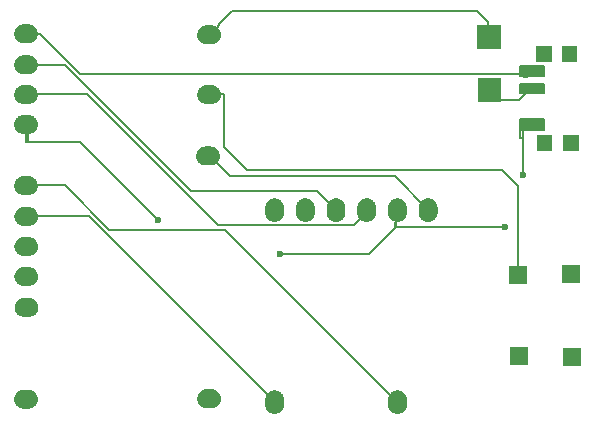
<source format=gbr>
%TF.GenerationSoftware,KiCad,Pcbnew,9.0.3*%
%TF.CreationDate,2025-08-13T01:08:13-07:00*%
%TF.ProjectId,TGslimeblahbal,5447736c-696d-4656-926c-616862616c2e,rev?*%
%TF.SameCoordinates,Original*%
%TF.FileFunction,Copper,L1,Top*%
%TF.FilePolarity,Positive*%
%FSLAX46Y46*%
G04 Gerber Fmt 4.6, Leading zero omitted, Abs format (unit mm)*
G04 Created by KiCad (PCBNEW 9.0.3) date 2025-08-13 01:08:13*
%MOMM*%
%LPD*%
G01*
G04 APERTURE LIST*
%TA.AperFunction,NonConductor*%
%ADD10C,0.000000*%
%TD*%
%TA.AperFunction,NonConductor*%
%ADD11C,0.200000*%
%TD*%
%TA.AperFunction,ViaPad*%
%ADD12C,0.800010*%
%TD*%
%TA.AperFunction,ViaPad*%
%ADD13C,1.000010*%
%TD*%
%TA.AperFunction,ViaPad*%
%ADD14C,0.600000*%
%TD*%
%TA.AperFunction,Conductor*%
%ADD15C,0.200000*%
%TD*%
G04 APERTURE END LIST*
D10*
%TA.AperFunction,NonConductor*%
G36*
X153528410Y-88253850D02*
G01*
X153606070Y-88265370D01*
X153682230Y-88284450D01*
X153756150Y-88310900D01*
X153827120Y-88344460D01*
X153894460Y-88384820D01*
X153957510Y-88431590D01*
X154015690Y-88484310D01*
X154068410Y-88542490D01*
X154115180Y-88605540D01*
X154155540Y-88672880D01*
X154189100Y-88743850D01*
X154215550Y-88817770D01*
X154234630Y-88893930D01*
X154246150Y-88971590D01*
X154250000Y-89050000D01*
X154250000Y-89450000D01*
X154246150Y-89528410D01*
X154234630Y-89606070D01*
X154215550Y-89682230D01*
X154189100Y-89756150D01*
X154155540Y-89827120D01*
X154115180Y-89894460D01*
X154068410Y-89957510D01*
X154015690Y-90015690D01*
X153957510Y-90068410D01*
X153894460Y-90115180D01*
X153827120Y-90155540D01*
X153756150Y-90189100D01*
X153682230Y-90215550D01*
X153606070Y-90234630D01*
X153528410Y-90246150D01*
X153450000Y-90250000D01*
X153371590Y-90246150D01*
X153293930Y-90234630D01*
X153217770Y-90215550D01*
X153143850Y-90189100D01*
X153072880Y-90155540D01*
X153005540Y-90115180D01*
X152942490Y-90068410D01*
X152884310Y-90015690D01*
X152831590Y-89957510D01*
X152784820Y-89894460D01*
X152744460Y-89827120D01*
X152710900Y-89756150D01*
X152684450Y-89682230D01*
X152665370Y-89606070D01*
X152653850Y-89528410D01*
X152650000Y-89450000D01*
X152650000Y-89250000D01*
X152650000Y-89050000D01*
X152653850Y-88971590D01*
X152665370Y-88893930D01*
X152684450Y-88817770D01*
X152710900Y-88743850D01*
X152744460Y-88672880D01*
X152784820Y-88605540D01*
X152831590Y-88542490D01*
X152884310Y-88484310D01*
X152942490Y-88431590D01*
X153005540Y-88384820D01*
X153072880Y-88344460D01*
X153143850Y-88310900D01*
X153217770Y-88284450D01*
X153293930Y-88265370D01*
X153371590Y-88253850D01*
X153450000Y-88250000D01*
X153528410Y-88253850D01*
G37*
%TD.AperFunction*%
%TA.AperFunction,NonConductor*%
G36*
X122274434Y-59892704D02*
G01*
X122352094Y-59904224D01*
X122428254Y-59923304D01*
X122502174Y-59949754D01*
X122573144Y-59983314D01*
X122640484Y-60023674D01*
X122703534Y-60070444D01*
X122761714Y-60123164D01*
X122814434Y-60181344D01*
X122861204Y-60244394D01*
X122901564Y-60311734D01*
X122935124Y-60382704D01*
X122961574Y-60456624D01*
X122980654Y-60532784D01*
X122992174Y-60610444D01*
X122996024Y-60688854D01*
X122992174Y-60767264D01*
X122980654Y-60844924D01*
X122961574Y-60921084D01*
X122935124Y-60995004D01*
X122901564Y-61065974D01*
X122861204Y-61133314D01*
X122814434Y-61196364D01*
X122761714Y-61254544D01*
X122703534Y-61307264D01*
X122640484Y-61354034D01*
X122573144Y-61394394D01*
X122502174Y-61427954D01*
X122428254Y-61454404D01*
X122352094Y-61473484D01*
X122274434Y-61485004D01*
X122196024Y-61488854D01*
X121996024Y-61488854D01*
X121796024Y-61488854D01*
X121717614Y-61485004D01*
X121639954Y-61473484D01*
X121563794Y-61454404D01*
X121489874Y-61427954D01*
X121418904Y-61394394D01*
X121351564Y-61354034D01*
X121288514Y-61307264D01*
X121230334Y-61254544D01*
X121177614Y-61196364D01*
X121130844Y-61133314D01*
X121090484Y-61065974D01*
X121056924Y-60995004D01*
X121030474Y-60921084D01*
X121011394Y-60844924D01*
X120999874Y-60767264D01*
X120996024Y-60688854D01*
X120999874Y-60610444D01*
X121011394Y-60532784D01*
X121030474Y-60456624D01*
X121056924Y-60382704D01*
X121090484Y-60311734D01*
X121130844Y-60244394D01*
X121177614Y-60181344D01*
X121230334Y-60123164D01*
X121288514Y-60070444D01*
X121351564Y-60023674D01*
X121418904Y-59983314D01*
X121489874Y-59949754D01*
X121563794Y-59923304D01*
X121639954Y-59904224D01*
X121717614Y-59892704D01*
X121796024Y-59888854D01*
X122196024Y-59888854D01*
X122274434Y-59892704D01*
G37*
%TD.AperFunction*%
D11*
X161100000Y-57050000D02*
X161100000Y-57550000D01*
D10*
%TA.AperFunction,NonConductor*%
G36*
X143122260Y-71992950D02*
G01*
X143199920Y-72004470D01*
X143276080Y-72023550D01*
X143350000Y-72050000D01*
X143420970Y-72083560D01*
X143488310Y-72123920D01*
X143551360Y-72170690D01*
X143609540Y-72223410D01*
X143662260Y-72281590D01*
X143709030Y-72344640D01*
X143749390Y-72411980D01*
X143782950Y-72482950D01*
X143809400Y-72556870D01*
X143828480Y-72633030D01*
X143840000Y-72710690D01*
X143843850Y-72789100D01*
X143843850Y-73189100D01*
X143840000Y-73267510D01*
X143828480Y-73345170D01*
X143809400Y-73421330D01*
X143782950Y-73495250D01*
X143749390Y-73566220D01*
X143709030Y-73633560D01*
X143662260Y-73696610D01*
X143609540Y-73754790D01*
X143551360Y-73807510D01*
X143488310Y-73854280D01*
X143420970Y-73894640D01*
X143350000Y-73928200D01*
X143276080Y-73954650D01*
X143199920Y-73973730D01*
X143122260Y-73985250D01*
X143043850Y-73989100D01*
X142965440Y-73985250D01*
X142887780Y-73973730D01*
X142811620Y-73954650D01*
X142737700Y-73928200D01*
X142666730Y-73894640D01*
X142599390Y-73854280D01*
X142536340Y-73807510D01*
X142478160Y-73754790D01*
X142425440Y-73696610D01*
X142378670Y-73633560D01*
X142338310Y-73566220D01*
X142304750Y-73495250D01*
X142278300Y-73421330D01*
X142259220Y-73345170D01*
X142247700Y-73267510D01*
X142243850Y-73189100D01*
X142243850Y-72989100D01*
X142243850Y-72789100D01*
X142247700Y-72710690D01*
X142259220Y-72633030D01*
X142278300Y-72556870D01*
X142304750Y-72482950D01*
X142338310Y-72411980D01*
X142378670Y-72344640D01*
X142425440Y-72281590D01*
X142478160Y-72223410D01*
X142536340Y-72170690D01*
X142599390Y-72123920D01*
X142666730Y-72083560D01*
X142737700Y-72050000D01*
X142811620Y-72023550D01*
X142887780Y-72004470D01*
X142965440Y-71992950D01*
X143043850Y-71989100D01*
X143122260Y-71992950D01*
G37*
%TD.AperFunction*%
%TA.AperFunction,NonConductor*%
G36*
X150922260Y-71992950D02*
G01*
X150999920Y-72004470D01*
X151076080Y-72023550D01*
X151150000Y-72050000D01*
X151220970Y-72083560D01*
X151288310Y-72123920D01*
X151351360Y-72170690D01*
X151409540Y-72223410D01*
X151462260Y-72281590D01*
X151509030Y-72344640D01*
X151549390Y-72411980D01*
X151582950Y-72482950D01*
X151609400Y-72556870D01*
X151628480Y-72633030D01*
X151640000Y-72710690D01*
X151643850Y-72789100D01*
X151643850Y-73189100D01*
X151640000Y-73267510D01*
X151628480Y-73345170D01*
X151609400Y-73421330D01*
X151582950Y-73495250D01*
X151549390Y-73566220D01*
X151509030Y-73633560D01*
X151462260Y-73696610D01*
X151409540Y-73754790D01*
X151351360Y-73807510D01*
X151288310Y-73854280D01*
X151220970Y-73894640D01*
X151150000Y-73928200D01*
X151076080Y-73954650D01*
X150999920Y-73973730D01*
X150922260Y-73985250D01*
X150843850Y-73989100D01*
X150765440Y-73985250D01*
X150687780Y-73973730D01*
X150611620Y-73954650D01*
X150537700Y-73928200D01*
X150466730Y-73894640D01*
X150399390Y-73854280D01*
X150336340Y-73807510D01*
X150278160Y-73754790D01*
X150225440Y-73696610D01*
X150178670Y-73633560D01*
X150138310Y-73566220D01*
X150104750Y-73495250D01*
X150078300Y-73421330D01*
X150059220Y-73345170D01*
X150047700Y-73267510D01*
X150043850Y-73189100D01*
X150043850Y-72989100D01*
X150043850Y-72789100D01*
X150047700Y-72710690D01*
X150059220Y-72633030D01*
X150078300Y-72556870D01*
X150104750Y-72482950D01*
X150138310Y-72411980D01*
X150178670Y-72344640D01*
X150225440Y-72281590D01*
X150278160Y-72223410D01*
X150336340Y-72170690D01*
X150399390Y-72123920D01*
X150466730Y-72083560D01*
X150537700Y-72050000D01*
X150611620Y-72023550D01*
X150687780Y-72004470D01*
X150765440Y-71992950D01*
X150843850Y-71989100D01*
X150922260Y-71992950D01*
G37*
%TD.AperFunction*%
%TA.AperFunction,NonConductor*%
G36*
X164500000Y-86132000D02*
G01*
X162976000Y-86132000D01*
X162976000Y-84608000D01*
X164500000Y-84608000D01*
X164500000Y-86132000D01*
G37*
%TD.AperFunction*%
%TA.AperFunction,NonConductor*%
G36*
X137678410Y-67603850D02*
G01*
X137756070Y-67615370D01*
X137832230Y-67634450D01*
X137906150Y-67660900D01*
X137977120Y-67694460D01*
X138044460Y-67734820D01*
X138107510Y-67781590D01*
X138165690Y-67834310D01*
X138218410Y-67892490D01*
X138265180Y-67955540D01*
X138305540Y-68022880D01*
X138339100Y-68093850D01*
X138365550Y-68167770D01*
X138384630Y-68243930D01*
X138396150Y-68321590D01*
X138400000Y-68400000D01*
X138396150Y-68478410D01*
X138384630Y-68556070D01*
X138365550Y-68632230D01*
X138339100Y-68706150D01*
X138305540Y-68777120D01*
X138265180Y-68844460D01*
X138218410Y-68907510D01*
X138165690Y-68965690D01*
X138107510Y-69018410D01*
X138044460Y-69065180D01*
X137977120Y-69105540D01*
X137906150Y-69139100D01*
X137832230Y-69165550D01*
X137756070Y-69184630D01*
X137678410Y-69196150D01*
X137600000Y-69200000D01*
X137400000Y-69200000D01*
X137200000Y-69200000D01*
X137121590Y-69196150D01*
X137043930Y-69184630D01*
X136967770Y-69165550D01*
X136893850Y-69139100D01*
X136822880Y-69105540D01*
X136755540Y-69065180D01*
X136692490Y-69018410D01*
X136634310Y-68965690D01*
X136581590Y-68907510D01*
X136534820Y-68844460D01*
X136494460Y-68777120D01*
X136460900Y-68706150D01*
X136434450Y-68632230D01*
X136415370Y-68556070D01*
X136403850Y-68478410D01*
X136400000Y-68400000D01*
X136403850Y-68321590D01*
X136415370Y-68243930D01*
X136434450Y-68167770D01*
X136460900Y-68093850D01*
X136494460Y-68022880D01*
X136534820Y-67955540D01*
X136581590Y-67892490D01*
X136634310Y-67834310D01*
X136692490Y-67781590D01*
X136755540Y-67734820D01*
X136822880Y-67694460D01*
X136893850Y-67660900D01*
X136967770Y-67634450D01*
X137043930Y-67615370D01*
X137121590Y-67603850D01*
X137200000Y-67600000D01*
X137600000Y-67600000D01*
X137678410Y-67603850D01*
G37*
%TD.AperFunction*%
%TA.AperFunction,NonConductor*%
G36*
X168688000Y-60430085D02*
G01*
X167380000Y-60430085D01*
X167380000Y-59122085D01*
X168688000Y-59122085D01*
X168688000Y-60430085D01*
G37*
%TD.AperFunction*%
%TA.AperFunction,NonConductor*%
G36*
X166548000Y-67970085D02*
G01*
X165240000Y-67970085D01*
X165240000Y-66662085D01*
X166548000Y-66662085D01*
X166548000Y-67970085D01*
G37*
%TD.AperFunction*%
%TA.AperFunction,NonConductor*%
G36*
X164450000Y-79232000D02*
G01*
X162926000Y-79232000D01*
X162926000Y-77708000D01*
X164450000Y-77708000D01*
X164450000Y-79232000D01*
G37*
%TD.AperFunction*%
%TA.AperFunction,NonConductor*%
G36*
X137778410Y-88153850D02*
G01*
X137856070Y-88165370D01*
X137932230Y-88184450D01*
X138006150Y-88210900D01*
X138077120Y-88244460D01*
X138144460Y-88284820D01*
X138207510Y-88331590D01*
X138265690Y-88384310D01*
X138318410Y-88442490D01*
X138365180Y-88505540D01*
X138405540Y-88572880D01*
X138439100Y-88643850D01*
X138465550Y-88717770D01*
X138484630Y-88793930D01*
X138496150Y-88871590D01*
X138500000Y-88950000D01*
X138496150Y-89028410D01*
X138484630Y-89106070D01*
X138465550Y-89182230D01*
X138439100Y-89256150D01*
X138405540Y-89327120D01*
X138365180Y-89394460D01*
X138318410Y-89457510D01*
X138265690Y-89515690D01*
X138207510Y-89568410D01*
X138144460Y-89615180D01*
X138077120Y-89655540D01*
X138006150Y-89689100D01*
X137932230Y-89715550D01*
X137856070Y-89734630D01*
X137778410Y-89746150D01*
X137700000Y-89750000D01*
X137500000Y-89750000D01*
X137300000Y-89750000D01*
X137221590Y-89746150D01*
X137143930Y-89734630D01*
X137067770Y-89715550D01*
X136993850Y-89689100D01*
X136922880Y-89655540D01*
X136855540Y-89615180D01*
X136792490Y-89568410D01*
X136734310Y-89515690D01*
X136681590Y-89457510D01*
X136634820Y-89394460D01*
X136594460Y-89327120D01*
X136560900Y-89256150D01*
X136534450Y-89182230D01*
X136515370Y-89106070D01*
X136503850Y-89028410D01*
X136500000Y-88950000D01*
X136503850Y-88871590D01*
X136515370Y-88793930D01*
X136534450Y-88717770D01*
X136560900Y-88643850D01*
X136594460Y-88572880D01*
X136634820Y-88505540D01*
X136681590Y-88442490D01*
X136734310Y-88384310D01*
X136792490Y-88331590D01*
X136855540Y-88284820D01*
X136922880Y-88244460D01*
X136993850Y-88210900D01*
X137067770Y-88184450D01*
X137143930Y-88165370D01*
X137221590Y-88153850D01*
X137300000Y-88150000D01*
X137700000Y-88150000D01*
X137778410Y-88153850D01*
G37*
%TD.AperFunction*%
%TA.AperFunction,NonConductor*%
G36*
X143128410Y-88253850D02*
G01*
X143206070Y-88265370D01*
X143282230Y-88284450D01*
X143356150Y-88310900D01*
X143427120Y-88344460D01*
X143494460Y-88384820D01*
X143557510Y-88431590D01*
X143615690Y-88484310D01*
X143668410Y-88542490D01*
X143715180Y-88605540D01*
X143755540Y-88672880D01*
X143789100Y-88743850D01*
X143815550Y-88817770D01*
X143834630Y-88893930D01*
X143846150Y-88971590D01*
X143850000Y-89050000D01*
X143850000Y-89450000D01*
X143846150Y-89528410D01*
X143834630Y-89606070D01*
X143815550Y-89682230D01*
X143789100Y-89756150D01*
X143755540Y-89827120D01*
X143715180Y-89894460D01*
X143668410Y-89957510D01*
X143615690Y-90015690D01*
X143557510Y-90068410D01*
X143494460Y-90115180D01*
X143427120Y-90155540D01*
X143356150Y-90189100D01*
X143282230Y-90215550D01*
X143206070Y-90234630D01*
X143128410Y-90246150D01*
X143050000Y-90250000D01*
X142971590Y-90246150D01*
X142893930Y-90234630D01*
X142817770Y-90215550D01*
X142743850Y-90189100D01*
X142672880Y-90155540D01*
X142605540Y-90115180D01*
X142542490Y-90068410D01*
X142484310Y-90015690D01*
X142431590Y-89957510D01*
X142384820Y-89894460D01*
X142344460Y-89827120D01*
X142310900Y-89756150D01*
X142284450Y-89682230D01*
X142265370Y-89606070D01*
X142253850Y-89528410D01*
X142250000Y-89450000D01*
X142250000Y-89250000D01*
X142250000Y-89050000D01*
X142253850Y-88971590D01*
X142265370Y-88893930D01*
X142284450Y-88817770D01*
X142310900Y-88743850D01*
X142344460Y-88672880D01*
X142384820Y-88605540D01*
X142431590Y-88542490D01*
X142484310Y-88484310D01*
X142542490Y-88431590D01*
X142605540Y-88384820D01*
X142672880Y-88344460D01*
X142743850Y-88310900D01*
X142817770Y-88284450D01*
X142893930Y-88265370D01*
X142971590Y-88253850D01*
X143050000Y-88250000D01*
X143128410Y-88253850D01*
G37*
%TD.AperFunction*%
%TA.AperFunction,NonConductor*%
G36*
X122294434Y-75262704D02*
G01*
X122372094Y-75274224D01*
X122448254Y-75293304D01*
X122522174Y-75319754D01*
X122593144Y-75353314D01*
X122660484Y-75393674D01*
X122723534Y-75440444D01*
X122781714Y-75493164D01*
X122834434Y-75551344D01*
X122881204Y-75614394D01*
X122921564Y-75681734D01*
X122955124Y-75752704D01*
X122981574Y-75826624D01*
X123000654Y-75902784D01*
X123012174Y-75980444D01*
X123016024Y-76058854D01*
X123012174Y-76137264D01*
X123000654Y-76214924D01*
X122981574Y-76291084D01*
X122955124Y-76365004D01*
X122921564Y-76435974D01*
X122881204Y-76503314D01*
X122834434Y-76566364D01*
X122781714Y-76624544D01*
X122723534Y-76677264D01*
X122660484Y-76724034D01*
X122593144Y-76764394D01*
X122522174Y-76797954D01*
X122448254Y-76824404D01*
X122372094Y-76843484D01*
X122294434Y-76855004D01*
X122216024Y-76858854D01*
X122016024Y-76858854D01*
X121816024Y-76858854D01*
X121737614Y-76855004D01*
X121659954Y-76843484D01*
X121583794Y-76824404D01*
X121509874Y-76797954D01*
X121438904Y-76764394D01*
X121371564Y-76724034D01*
X121308514Y-76677264D01*
X121250334Y-76624544D01*
X121197614Y-76566364D01*
X121150844Y-76503314D01*
X121110484Y-76435974D01*
X121076924Y-76365004D01*
X121050474Y-76291084D01*
X121031394Y-76214924D01*
X121019874Y-76137264D01*
X121016024Y-76058854D01*
X121019874Y-75980444D01*
X121031394Y-75902784D01*
X121050474Y-75826624D01*
X121076924Y-75752704D01*
X121110484Y-75681734D01*
X121150844Y-75614394D01*
X121197614Y-75551344D01*
X121250334Y-75493164D01*
X121308514Y-75440444D01*
X121371564Y-75393674D01*
X121438904Y-75353314D01*
X121509874Y-75319754D01*
X121583794Y-75293304D01*
X121659954Y-75274224D01*
X121737614Y-75262704D01*
X121816024Y-75258854D01*
X122216024Y-75258854D01*
X122294434Y-75262704D01*
G37*
%TD.AperFunction*%
D11*
X122000000Y-66528854D02*
X122196024Y-66528854D01*
X122196024Y-67200000D01*
X122000000Y-67200000D01*
X122000000Y-66528854D01*
D10*
%TA.AperFunction,NonConductor*%
G36*
X122278410Y-88203850D02*
G01*
X122356070Y-88215370D01*
X122432230Y-88234450D01*
X122506150Y-88260900D01*
X122577120Y-88294460D01*
X122644460Y-88334820D01*
X122707510Y-88381590D01*
X122765690Y-88434310D01*
X122818410Y-88492490D01*
X122865180Y-88555540D01*
X122905540Y-88622880D01*
X122939100Y-88693850D01*
X122965550Y-88767770D01*
X122984630Y-88843930D01*
X122996150Y-88921590D01*
X123000000Y-89000000D01*
X122996150Y-89078410D01*
X122984630Y-89156070D01*
X122965550Y-89232230D01*
X122939100Y-89306150D01*
X122905540Y-89377120D01*
X122865180Y-89444460D01*
X122818410Y-89507510D01*
X122765690Y-89565690D01*
X122707510Y-89618410D01*
X122644460Y-89665180D01*
X122577120Y-89705540D01*
X122506150Y-89739100D01*
X122432230Y-89765550D01*
X122356070Y-89784630D01*
X122278410Y-89796150D01*
X122200000Y-89800000D01*
X122000000Y-89800000D01*
X121800000Y-89800000D01*
X121721590Y-89796150D01*
X121643930Y-89784630D01*
X121567770Y-89765550D01*
X121493850Y-89739100D01*
X121422880Y-89705540D01*
X121355540Y-89665180D01*
X121292490Y-89618410D01*
X121234310Y-89565690D01*
X121181590Y-89507510D01*
X121134820Y-89444460D01*
X121094460Y-89377120D01*
X121060900Y-89306150D01*
X121034450Y-89232230D01*
X121015370Y-89156070D01*
X121003850Y-89078410D01*
X121000000Y-89000000D01*
X121003850Y-88921590D01*
X121015370Y-88843930D01*
X121034450Y-88767770D01*
X121060900Y-88693850D01*
X121094460Y-88622880D01*
X121134820Y-88555540D01*
X121181590Y-88492490D01*
X121234310Y-88434310D01*
X121292490Y-88381590D01*
X121355540Y-88334820D01*
X121422880Y-88294460D01*
X121493850Y-88260900D01*
X121567770Y-88234450D01*
X121643930Y-88215370D01*
X121721590Y-88203850D01*
X121800000Y-88200000D01*
X122200000Y-88200000D01*
X122278410Y-88203850D01*
G37*
%TD.AperFunction*%
%TA.AperFunction,NonConductor*%
G36*
X137778410Y-57353850D02*
G01*
X137856070Y-57365370D01*
X137932230Y-57384450D01*
X138006150Y-57410900D01*
X138077120Y-57444460D01*
X138144460Y-57484820D01*
X138207510Y-57531590D01*
X138265690Y-57584310D01*
X138318410Y-57642490D01*
X138365180Y-57705540D01*
X138405540Y-57772880D01*
X138439100Y-57843850D01*
X138465550Y-57917770D01*
X138484630Y-57993930D01*
X138496150Y-58071590D01*
X138500000Y-58150000D01*
X138496150Y-58228410D01*
X138484630Y-58306070D01*
X138465550Y-58382230D01*
X138439100Y-58456150D01*
X138405540Y-58527120D01*
X138365180Y-58594460D01*
X138318410Y-58657510D01*
X138265690Y-58715690D01*
X138207510Y-58768410D01*
X138144460Y-58815180D01*
X138077120Y-58855540D01*
X138006150Y-58889100D01*
X137932230Y-58915550D01*
X137856070Y-58934630D01*
X137778410Y-58946150D01*
X137700000Y-58950000D01*
X137500000Y-58950000D01*
X137300000Y-58950000D01*
X137221590Y-58946150D01*
X137143930Y-58934630D01*
X137067770Y-58915550D01*
X136993850Y-58889100D01*
X136922880Y-58855540D01*
X136855540Y-58815180D01*
X136792490Y-58768410D01*
X136734310Y-58715690D01*
X136681590Y-58657510D01*
X136634820Y-58594460D01*
X136594460Y-58527120D01*
X136560900Y-58456150D01*
X136534450Y-58382230D01*
X136515370Y-58306070D01*
X136503850Y-58228410D01*
X136500000Y-58150000D01*
X136503850Y-58071590D01*
X136515370Y-57993930D01*
X136534450Y-57917770D01*
X136560900Y-57843850D01*
X136594460Y-57772880D01*
X136634820Y-57705540D01*
X136681590Y-57642490D01*
X136734310Y-57584310D01*
X136792490Y-57531590D01*
X136855540Y-57484820D01*
X136922880Y-57444460D01*
X136993850Y-57410900D01*
X137067770Y-57384450D01*
X137143930Y-57365370D01*
X137221590Y-57353850D01*
X137300000Y-57350000D01*
X137700000Y-57350000D01*
X137778410Y-57353850D01*
G37*
%TD.AperFunction*%
%TA.AperFunction,NonConductor*%
G36*
X168778000Y-67980085D02*
G01*
X167470000Y-67980085D01*
X167470000Y-66672085D01*
X168778000Y-66672085D01*
X168778000Y-67980085D01*
G37*
%TD.AperFunction*%
%TA.AperFunction,NonConductor*%
G36*
X145722260Y-71992950D02*
G01*
X145799920Y-72004470D01*
X145876080Y-72023550D01*
X145950000Y-72050000D01*
X146020970Y-72083560D01*
X146088310Y-72123920D01*
X146151360Y-72170690D01*
X146209540Y-72223410D01*
X146262260Y-72281590D01*
X146309030Y-72344640D01*
X146349390Y-72411980D01*
X146382950Y-72482950D01*
X146409400Y-72556870D01*
X146428480Y-72633030D01*
X146440000Y-72710690D01*
X146443850Y-72789100D01*
X146443850Y-73189100D01*
X146440000Y-73267510D01*
X146428480Y-73345170D01*
X146409400Y-73421330D01*
X146382950Y-73495250D01*
X146349390Y-73566220D01*
X146309030Y-73633560D01*
X146262260Y-73696610D01*
X146209540Y-73754790D01*
X146151360Y-73807510D01*
X146088310Y-73854280D01*
X146020970Y-73894640D01*
X145950000Y-73928200D01*
X145876080Y-73954650D01*
X145799920Y-73973730D01*
X145722260Y-73985250D01*
X145643850Y-73989100D01*
X145565440Y-73985250D01*
X145487780Y-73973730D01*
X145411620Y-73954650D01*
X145337700Y-73928200D01*
X145266730Y-73894640D01*
X145199390Y-73854280D01*
X145136340Y-73807510D01*
X145078160Y-73754790D01*
X145025440Y-73696610D01*
X144978670Y-73633560D01*
X144938310Y-73566220D01*
X144904750Y-73495250D01*
X144878300Y-73421330D01*
X144859220Y-73345170D01*
X144847700Y-73267510D01*
X144843850Y-73189100D01*
X144843850Y-72989100D01*
X144843850Y-72789100D01*
X144847700Y-72710690D01*
X144859220Y-72633030D01*
X144878300Y-72556870D01*
X144904750Y-72482950D01*
X144938310Y-72411980D01*
X144978670Y-72344640D01*
X145025440Y-72281590D01*
X145078160Y-72223410D01*
X145136340Y-72170690D01*
X145199390Y-72123920D01*
X145266730Y-72083560D01*
X145337700Y-72050000D01*
X145411620Y-72023550D01*
X145487780Y-72004470D01*
X145565440Y-71992950D01*
X145643850Y-71989100D01*
X145722260Y-71992950D01*
G37*
%TD.AperFunction*%
D11*
X162450000Y-63700000D02*
X162150000Y-63700000D01*
D10*
%TA.AperFunction,NonConductor*%
G36*
X162210000Y-59340000D02*
G01*
X160210000Y-59340000D01*
X160210000Y-57340000D01*
X162210000Y-57340000D01*
X162210000Y-59340000D01*
G37*
%TD.AperFunction*%
%TA.AperFunction,NonConductor*%
G36*
X122274434Y-64932704D02*
G01*
X122352094Y-64944224D01*
X122428254Y-64963304D01*
X122502174Y-64989754D01*
X122573144Y-65023314D01*
X122640484Y-65063674D01*
X122703534Y-65110444D01*
X122761714Y-65163164D01*
X122814434Y-65221344D01*
X122861204Y-65284394D01*
X122901564Y-65351734D01*
X122935124Y-65422704D01*
X122961574Y-65496624D01*
X122980654Y-65572784D01*
X122992174Y-65650444D01*
X122996024Y-65728854D01*
X122992174Y-65807264D01*
X122980654Y-65884924D01*
X122961574Y-65961084D01*
X122935124Y-66035004D01*
X122901564Y-66105974D01*
X122861204Y-66173314D01*
X122814434Y-66236364D01*
X122761714Y-66294544D01*
X122703534Y-66347264D01*
X122640484Y-66394034D01*
X122573144Y-66434394D01*
X122502174Y-66467954D01*
X122428254Y-66494404D01*
X122352094Y-66513484D01*
X122274434Y-66525004D01*
X122196024Y-66528854D01*
X121996024Y-66528854D01*
X121796024Y-66528854D01*
X121717614Y-66525004D01*
X121639954Y-66513484D01*
X121563794Y-66494404D01*
X121489874Y-66467954D01*
X121418904Y-66434394D01*
X121351564Y-66394034D01*
X121288514Y-66347264D01*
X121230334Y-66294544D01*
X121177614Y-66236364D01*
X121130844Y-66173314D01*
X121090484Y-66105974D01*
X121056924Y-66035004D01*
X121030474Y-65961084D01*
X121011394Y-65884924D01*
X120999874Y-65807264D01*
X120996024Y-65728854D01*
X120999874Y-65650444D01*
X121011394Y-65572784D01*
X121030474Y-65496624D01*
X121056924Y-65422704D01*
X121090484Y-65351734D01*
X121130844Y-65284394D01*
X121177614Y-65221344D01*
X121230334Y-65163164D01*
X121288514Y-65110444D01*
X121351564Y-65063674D01*
X121418904Y-65023314D01*
X121489874Y-64989754D01*
X121563794Y-64963304D01*
X121639954Y-64944224D01*
X121717614Y-64932704D01*
X121796024Y-64928854D01*
X122196024Y-64928854D01*
X122274434Y-64932704D01*
G37*
%TD.AperFunction*%
%TA.AperFunction,NonConductor*%
G36*
X153522260Y-71992950D02*
G01*
X153599920Y-72004470D01*
X153676080Y-72023550D01*
X153750000Y-72050000D01*
X153820970Y-72083560D01*
X153888310Y-72123920D01*
X153951360Y-72170690D01*
X154009540Y-72223410D01*
X154062260Y-72281590D01*
X154109030Y-72344640D01*
X154149390Y-72411980D01*
X154182950Y-72482950D01*
X154209400Y-72556870D01*
X154228480Y-72633030D01*
X154240000Y-72710690D01*
X154243850Y-72789100D01*
X154243850Y-73189100D01*
X154240000Y-73267510D01*
X154228480Y-73345170D01*
X154209400Y-73421330D01*
X154182950Y-73495250D01*
X154149390Y-73566220D01*
X154109030Y-73633560D01*
X154062260Y-73696610D01*
X154009540Y-73754790D01*
X153951360Y-73807510D01*
X153888310Y-73854280D01*
X153820970Y-73894640D01*
X153750000Y-73928200D01*
X153676080Y-73954650D01*
X153599920Y-73973730D01*
X153522260Y-73985250D01*
X153443850Y-73989100D01*
X153365440Y-73985250D01*
X153287780Y-73973730D01*
X153211620Y-73954650D01*
X153137700Y-73928200D01*
X153066730Y-73894640D01*
X152999390Y-73854280D01*
X152936340Y-73807510D01*
X152878160Y-73754790D01*
X152825440Y-73696610D01*
X152778670Y-73633560D01*
X152738310Y-73566220D01*
X152704750Y-73495250D01*
X152678300Y-73421330D01*
X152659220Y-73345170D01*
X152647700Y-73267510D01*
X152643850Y-73189100D01*
X152643850Y-72989100D01*
X152643850Y-72789100D01*
X152647700Y-72710690D01*
X152659220Y-72633030D01*
X152678300Y-72556870D01*
X152704750Y-72482950D01*
X152738310Y-72411980D01*
X152778670Y-72344640D01*
X152825440Y-72281590D01*
X152878160Y-72223410D01*
X152936340Y-72170690D01*
X152999390Y-72123920D01*
X153066730Y-72083560D01*
X153137700Y-72050000D01*
X153211620Y-72023550D01*
X153287780Y-72004470D01*
X153365440Y-71992950D01*
X153443850Y-71989100D01*
X153522260Y-71992950D01*
G37*
%TD.AperFunction*%
%TA.AperFunction,NonConductor*%
G36*
X122274434Y-62402704D02*
G01*
X122352094Y-62414224D01*
X122428254Y-62433304D01*
X122502174Y-62459754D01*
X122573144Y-62493314D01*
X122640484Y-62533674D01*
X122703534Y-62580444D01*
X122761714Y-62633164D01*
X122814434Y-62691344D01*
X122861204Y-62754394D01*
X122901564Y-62821734D01*
X122935124Y-62892704D01*
X122961574Y-62966624D01*
X122980654Y-63042784D01*
X122992174Y-63120444D01*
X122996024Y-63198854D01*
X122992174Y-63277264D01*
X122980654Y-63354924D01*
X122961574Y-63431084D01*
X122935124Y-63505004D01*
X122901564Y-63575974D01*
X122861204Y-63643314D01*
X122814434Y-63706364D01*
X122761714Y-63764544D01*
X122703534Y-63817264D01*
X122640484Y-63864034D01*
X122573144Y-63904394D01*
X122502174Y-63937954D01*
X122428254Y-63964404D01*
X122352094Y-63983484D01*
X122274434Y-63995004D01*
X122196024Y-63998854D01*
X121996024Y-63998854D01*
X121796024Y-63998854D01*
X121717614Y-63995004D01*
X121639954Y-63983484D01*
X121563794Y-63964404D01*
X121489874Y-63937954D01*
X121418904Y-63904394D01*
X121351564Y-63864034D01*
X121288514Y-63817264D01*
X121230334Y-63764544D01*
X121177614Y-63706364D01*
X121130844Y-63643314D01*
X121090484Y-63575974D01*
X121056924Y-63505004D01*
X121030474Y-63431084D01*
X121011394Y-63354924D01*
X120999874Y-63277264D01*
X120996024Y-63198854D01*
X120999874Y-63120444D01*
X121011394Y-63042784D01*
X121030474Y-62966624D01*
X121056924Y-62892704D01*
X121090484Y-62821734D01*
X121130844Y-62754394D01*
X121177614Y-62691344D01*
X121230334Y-62633164D01*
X121288514Y-62580444D01*
X121351564Y-62533674D01*
X121418904Y-62493314D01*
X121489874Y-62459754D01*
X121563794Y-62433304D01*
X121639954Y-62414224D01*
X121717614Y-62402704D01*
X121796024Y-62398854D01*
X122196024Y-62398854D01*
X122274434Y-62402704D01*
G37*
%TD.AperFunction*%
%TA.AperFunction,NonConductor*%
G36*
X122318284Y-80421114D02*
G01*
X122395944Y-80432634D01*
X122472104Y-80451714D01*
X122546024Y-80478164D01*
X122616994Y-80511724D01*
X122684334Y-80552084D01*
X122747384Y-80598854D01*
X122805564Y-80651574D01*
X122858284Y-80709754D01*
X122905054Y-80772804D01*
X122945414Y-80840144D01*
X122978974Y-80911114D01*
X123005424Y-80985034D01*
X123024504Y-81061194D01*
X123036024Y-81138854D01*
X123039874Y-81217264D01*
X123036024Y-81295674D01*
X123024504Y-81373334D01*
X123005424Y-81449494D01*
X122978974Y-81523414D01*
X122945414Y-81594384D01*
X122905054Y-81661724D01*
X122858284Y-81724774D01*
X122805564Y-81782954D01*
X122747384Y-81835674D01*
X122684334Y-81882444D01*
X122616994Y-81922804D01*
X122546024Y-81956364D01*
X122472104Y-81982814D01*
X122395944Y-82001894D01*
X122318284Y-82013414D01*
X122239874Y-82017264D01*
X122039874Y-82017264D01*
X121839874Y-82017264D01*
X121761464Y-82013414D01*
X121683804Y-82001894D01*
X121607644Y-81982814D01*
X121533724Y-81956364D01*
X121462754Y-81922804D01*
X121395414Y-81882444D01*
X121332364Y-81835674D01*
X121274184Y-81782954D01*
X121221464Y-81724774D01*
X121174694Y-81661724D01*
X121134334Y-81594384D01*
X121100774Y-81523414D01*
X121074324Y-81449494D01*
X121055244Y-81373334D01*
X121043724Y-81295674D01*
X121039874Y-81217264D01*
X121043724Y-81138854D01*
X121055244Y-81061194D01*
X121074324Y-80985034D01*
X121100774Y-80911114D01*
X121134334Y-80840144D01*
X121174694Y-80772804D01*
X121221464Y-80709754D01*
X121274184Y-80651574D01*
X121332364Y-80598854D01*
X121395414Y-80552084D01*
X121462754Y-80511724D01*
X121533724Y-80478164D01*
X121607644Y-80451714D01*
X121683804Y-80432634D01*
X121761464Y-80421114D01*
X121839874Y-80417264D01*
X122239874Y-80417264D01*
X122318284Y-80421114D01*
G37*
%TD.AperFunction*%
D11*
X163650000Y-77400000D02*
X163650000Y-77750000D01*
X153250000Y-73985250D02*
X153365440Y-73985250D01*
X153365440Y-74450000D01*
X153250000Y-74450000D01*
X153250000Y-73985250D01*
D10*
%TA.AperFunction,NonConductor*%
G36*
X122274434Y-57252704D02*
G01*
X122352094Y-57264224D01*
X122428254Y-57283304D01*
X122502174Y-57309754D01*
X122573144Y-57343314D01*
X122640484Y-57383674D01*
X122703534Y-57430444D01*
X122761714Y-57483164D01*
X122814434Y-57541344D01*
X122861204Y-57604394D01*
X122901564Y-57671734D01*
X122935124Y-57742704D01*
X122961574Y-57816624D01*
X122980654Y-57892784D01*
X122992174Y-57970444D01*
X122996024Y-58048854D01*
X122992174Y-58127264D01*
X122980654Y-58204924D01*
X122961574Y-58281084D01*
X122935124Y-58355004D01*
X122901564Y-58425974D01*
X122861204Y-58493314D01*
X122814434Y-58556364D01*
X122761714Y-58614544D01*
X122703534Y-58667264D01*
X122640484Y-58714034D01*
X122573144Y-58754394D01*
X122502174Y-58787954D01*
X122428254Y-58814404D01*
X122352094Y-58833484D01*
X122274434Y-58845004D01*
X122196024Y-58848854D01*
X121996024Y-58848854D01*
X121796024Y-58848854D01*
X121717614Y-58845004D01*
X121639954Y-58833484D01*
X121563794Y-58814404D01*
X121489874Y-58787954D01*
X121418904Y-58754394D01*
X121351564Y-58714034D01*
X121288514Y-58667264D01*
X121230334Y-58614544D01*
X121177614Y-58556364D01*
X121130844Y-58493314D01*
X121090484Y-58425974D01*
X121056924Y-58355004D01*
X121030474Y-58281084D01*
X121011394Y-58204924D01*
X120999874Y-58127264D01*
X120996024Y-58048854D01*
X120999874Y-57970444D01*
X121011394Y-57892784D01*
X121030474Y-57816624D01*
X121056924Y-57742704D01*
X121090484Y-57671734D01*
X121130844Y-57604394D01*
X121177614Y-57541344D01*
X121230334Y-57483164D01*
X121288514Y-57430444D01*
X121351564Y-57383674D01*
X121418904Y-57343314D01*
X121489874Y-57309754D01*
X121563794Y-57283304D01*
X121639954Y-57264224D01*
X121717614Y-57252704D01*
X121796024Y-57248854D01*
X122196024Y-57248854D01*
X122274434Y-57252704D01*
G37*
%TD.AperFunction*%
%TA.AperFunction,NonConductor*%
G36*
X122294434Y-72721558D02*
G01*
X122372094Y-72733078D01*
X122448254Y-72752158D01*
X122522174Y-72778608D01*
X122593144Y-72812168D01*
X122660484Y-72852528D01*
X122723534Y-72899298D01*
X122781714Y-72952018D01*
X122834434Y-73010198D01*
X122881204Y-73073248D01*
X122921564Y-73140588D01*
X122955124Y-73211558D01*
X122981574Y-73285478D01*
X123000654Y-73361638D01*
X123012174Y-73439298D01*
X123016024Y-73517708D01*
X123012174Y-73596118D01*
X123000654Y-73673778D01*
X122981574Y-73749938D01*
X122955124Y-73823858D01*
X122921564Y-73894828D01*
X122881204Y-73962168D01*
X122834434Y-74025218D01*
X122781714Y-74083398D01*
X122723534Y-74136118D01*
X122660484Y-74182888D01*
X122593144Y-74223248D01*
X122522174Y-74256808D01*
X122448254Y-74283258D01*
X122372094Y-74302338D01*
X122294434Y-74313858D01*
X122216024Y-74317708D01*
X122016024Y-74317708D01*
X121816024Y-74317708D01*
X121737614Y-74313858D01*
X121659954Y-74302338D01*
X121583794Y-74283258D01*
X121509874Y-74256808D01*
X121438904Y-74223248D01*
X121371564Y-74182888D01*
X121308514Y-74136118D01*
X121250334Y-74083398D01*
X121197614Y-74025218D01*
X121150844Y-73962168D01*
X121110484Y-73894828D01*
X121076924Y-73823858D01*
X121050474Y-73749938D01*
X121031394Y-73673778D01*
X121019874Y-73596118D01*
X121016024Y-73517708D01*
X121019874Y-73439298D01*
X121031394Y-73361638D01*
X121050474Y-73285478D01*
X121076924Y-73211558D01*
X121110484Y-73140588D01*
X121150844Y-73073248D01*
X121197614Y-73010198D01*
X121250334Y-72952018D01*
X121308514Y-72899298D01*
X121371564Y-72852528D01*
X121438904Y-72812168D01*
X121509874Y-72778608D01*
X121583794Y-72752158D01*
X121659954Y-72733078D01*
X121737614Y-72721558D01*
X121816024Y-72717708D01*
X122216024Y-72717708D01*
X122294434Y-72721558D01*
G37*
%TD.AperFunction*%
%TA.AperFunction,NonConductor*%
G36*
X122274434Y-70112704D02*
G01*
X122352094Y-70124224D01*
X122428254Y-70143304D01*
X122502174Y-70169754D01*
X122573144Y-70203314D01*
X122640484Y-70243674D01*
X122703534Y-70290444D01*
X122761714Y-70343164D01*
X122814434Y-70401344D01*
X122861204Y-70464394D01*
X122901564Y-70531734D01*
X122935124Y-70602704D01*
X122961574Y-70676624D01*
X122980654Y-70752784D01*
X122992174Y-70830444D01*
X122996024Y-70908854D01*
X122992174Y-70987264D01*
X122980654Y-71064924D01*
X122961574Y-71141084D01*
X122935124Y-71215004D01*
X122901564Y-71285974D01*
X122861204Y-71353314D01*
X122814434Y-71416364D01*
X122761714Y-71474544D01*
X122703534Y-71527264D01*
X122640484Y-71574034D01*
X122573144Y-71614394D01*
X122502174Y-71647954D01*
X122428254Y-71674404D01*
X122352094Y-71693484D01*
X122274434Y-71705004D01*
X122196024Y-71708854D01*
X121996024Y-71708854D01*
X121796024Y-71708854D01*
X121717614Y-71705004D01*
X121639954Y-71693484D01*
X121563794Y-71674404D01*
X121489874Y-71647954D01*
X121418904Y-71614394D01*
X121351564Y-71574034D01*
X121288514Y-71527264D01*
X121230334Y-71474544D01*
X121177614Y-71416364D01*
X121130844Y-71353314D01*
X121090484Y-71285974D01*
X121056924Y-71215004D01*
X121030474Y-71141084D01*
X121011394Y-71064924D01*
X120999874Y-70987264D01*
X120996024Y-70908854D01*
X120999874Y-70830444D01*
X121011394Y-70752784D01*
X121030474Y-70676624D01*
X121056924Y-70602704D01*
X121090484Y-70531734D01*
X121130844Y-70464394D01*
X121177614Y-70401344D01*
X121230334Y-70343164D01*
X121288514Y-70290444D01*
X121351564Y-70243674D01*
X121418904Y-70203314D01*
X121489874Y-70169754D01*
X121563794Y-70143304D01*
X121639954Y-70124224D01*
X121717614Y-70112704D01*
X121796024Y-70108854D01*
X122196024Y-70108854D01*
X122274434Y-70112704D01*
G37*
%TD.AperFunction*%
D11*
X138800000Y-63200000D02*
X138500000Y-63200000D01*
D10*
%TA.AperFunction,NonConductor*%
G36*
X168950000Y-86182000D02*
G01*
X167426000Y-86182000D01*
X167426000Y-84658000D01*
X168950000Y-84658000D01*
X168950000Y-86182000D01*
G37*
%TD.AperFunction*%
%TA.AperFunction,NonConductor*%
G36*
X137778410Y-62403850D02*
G01*
X137856070Y-62415370D01*
X137932230Y-62434450D01*
X138006150Y-62460900D01*
X138077120Y-62494460D01*
X138144460Y-62534820D01*
X138207510Y-62581590D01*
X138265690Y-62634310D01*
X138318410Y-62692490D01*
X138365180Y-62755540D01*
X138405540Y-62822880D01*
X138439100Y-62893850D01*
X138465550Y-62967770D01*
X138484630Y-63043930D01*
X138496150Y-63121590D01*
X138500000Y-63200000D01*
X138496150Y-63278410D01*
X138484630Y-63356070D01*
X138465550Y-63432230D01*
X138439100Y-63506150D01*
X138405540Y-63577120D01*
X138365180Y-63644460D01*
X138318410Y-63707510D01*
X138265690Y-63765690D01*
X138207510Y-63818410D01*
X138144460Y-63865180D01*
X138077120Y-63905540D01*
X138006150Y-63939100D01*
X137932230Y-63965550D01*
X137856070Y-63984630D01*
X137778410Y-63996150D01*
X137700000Y-64000000D01*
X137500000Y-64000000D01*
X137300000Y-64000000D01*
X137221590Y-63996150D01*
X137143930Y-63984630D01*
X137067770Y-63965550D01*
X136993850Y-63939100D01*
X136922880Y-63905540D01*
X136855540Y-63865180D01*
X136792490Y-63818410D01*
X136734310Y-63765690D01*
X136681590Y-63707510D01*
X136634820Y-63644460D01*
X136594460Y-63577120D01*
X136560900Y-63506150D01*
X136534450Y-63432230D01*
X136515370Y-63356070D01*
X136503850Y-63278410D01*
X136500000Y-63200000D01*
X136503850Y-63121590D01*
X136515370Y-63043930D01*
X136534450Y-62967770D01*
X136560900Y-62893850D01*
X136594460Y-62822880D01*
X136634820Y-62755540D01*
X136681590Y-62692490D01*
X136734310Y-62634310D01*
X136792490Y-62581590D01*
X136855540Y-62534820D01*
X136922880Y-62494460D01*
X136993850Y-62460900D01*
X137067770Y-62434450D01*
X137143930Y-62415370D01*
X137221590Y-62403850D01*
X137300000Y-62400000D01*
X137700000Y-62400000D01*
X137778410Y-62403850D01*
G37*
%TD.AperFunction*%
D11*
X138300000Y-69150000D02*
X138100000Y-68950000D01*
X163850000Y-66180000D02*
X164050000Y-66180000D01*
X164050000Y-66900000D01*
X163850000Y-66900000D01*
X163850000Y-66180000D01*
D10*
%TA.AperFunction,NonConductor*%
G36*
X156122260Y-71992950D02*
G01*
X156199920Y-72004470D01*
X156276080Y-72023550D01*
X156350000Y-72050000D01*
X156420970Y-72083560D01*
X156488310Y-72123920D01*
X156551360Y-72170690D01*
X156609540Y-72223410D01*
X156662260Y-72281590D01*
X156709030Y-72344640D01*
X156749390Y-72411980D01*
X156782950Y-72482950D01*
X156809400Y-72556870D01*
X156828480Y-72633030D01*
X156840000Y-72710690D01*
X156843850Y-72789100D01*
X156843850Y-73189100D01*
X156840000Y-73267510D01*
X156828480Y-73345170D01*
X156809400Y-73421330D01*
X156782950Y-73495250D01*
X156749390Y-73566220D01*
X156709030Y-73633560D01*
X156662260Y-73696610D01*
X156609540Y-73754790D01*
X156551360Y-73807510D01*
X156488310Y-73854280D01*
X156420970Y-73894640D01*
X156350000Y-73928200D01*
X156276080Y-73954650D01*
X156199920Y-73973730D01*
X156122260Y-73985250D01*
X156043850Y-73989100D01*
X155965440Y-73985250D01*
X155887780Y-73973730D01*
X155811620Y-73954650D01*
X155737700Y-73928200D01*
X155666730Y-73894640D01*
X155599390Y-73854280D01*
X155536340Y-73807510D01*
X155478160Y-73754790D01*
X155425440Y-73696610D01*
X155378670Y-73633560D01*
X155338310Y-73566220D01*
X155304750Y-73495250D01*
X155278300Y-73421330D01*
X155259220Y-73345170D01*
X155247700Y-73267510D01*
X155243850Y-73189100D01*
X155243850Y-72989100D01*
X155243850Y-72789100D01*
X155247700Y-72710690D01*
X155259220Y-72633030D01*
X155278300Y-72556870D01*
X155304750Y-72482950D01*
X155338310Y-72411980D01*
X155378670Y-72344640D01*
X155425440Y-72281590D01*
X155478160Y-72223410D01*
X155536340Y-72170690D01*
X155599390Y-72123920D01*
X155666730Y-72083560D01*
X155737700Y-72050000D01*
X155811620Y-72023550D01*
X155887780Y-72004470D01*
X155965440Y-71992950D01*
X156043850Y-71989100D01*
X156122260Y-71992950D01*
G37*
%TD.AperFunction*%
%TA.AperFunction,NonConductor*%
G36*
X162230000Y-63820000D02*
G01*
X160230000Y-63820000D01*
X160230000Y-61820000D01*
X162230000Y-61820000D01*
X162230000Y-63820000D01*
G37*
%TD.AperFunction*%
%TA.AperFunction,NonConductor*%
G36*
X122294434Y-75262704D02*
G01*
X122372094Y-75274224D01*
X122448254Y-75293304D01*
X122522174Y-75319754D01*
X122593144Y-75353314D01*
X122660484Y-75393674D01*
X122723534Y-75440444D01*
X122781714Y-75493164D01*
X122834434Y-75551344D01*
X122881204Y-75614394D01*
X122921564Y-75681734D01*
X122955124Y-75752704D01*
X122981574Y-75826624D01*
X123000654Y-75902784D01*
X123012174Y-75980444D01*
X123016024Y-76058854D01*
X123012174Y-76137264D01*
X123000654Y-76214924D01*
X122981574Y-76291084D01*
X122955124Y-76365004D01*
X122921564Y-76435974D01*
X122881204Y-76503314D01*
X122834434Y-76566364D01*
X122781714Y-76624544D01*
X122723534Y-76677264D01*
X122660484Y-76724034D01*
X122593144Y-76764394D01*
X122522174Y-76797954D01*
X122448254Y-76824404D01*
X122372094Y-76843484D01*
X122294434Y-76855004D01*
X122216024Y-76858854D01*
X122016024Y-76858854D01*
X121816024Y-76858854D01*
X121737614Y-76855004D01*
X121659954Y-76843484D01*
X121583794Y-76824404D01*
X121509874Y-76797954D01*
X121438904Y-76764394D01*
X121371564Y-76724034D01*
X121308514Y-76677264D01*
X121250334Y-76624544D01*
X121197614Y-76566364D01*
X121150844Y-76503314D01*
X121110484Y-76435974D01*
X121076924Y-76365004D01*
X121050474Y-76291084D01*
X121031394Y-76214924D01*
X121019874Y-76137264D01*
X121016024Y-76058854D01*
X121019874Y-75980444D01*
X121031394Y-75902784D01*
X121050474Y-75826624D01*
X121076924Y-75752704D01*
X121110484Y-75681734D01*
X121150844Y-75614394D01*
X121197614Y-75551344D01*
X121250334Y-75493164D01*
X121308514Y-75440444D01*
X121371564Y-75393674D01*
X121438904Y-75353314D01*
X121509874Y-75319754D01*
X121583794Y-75293304D01*
X121659954Y-75274224D01*
X121737614Y-75262704D01*
X121816024Y-75258854D01*
X122216024Y-75258854D01*
X122294434Y-75262704D01*
G37*
%TD.AperFunction*%
%TA.AperFunction,NonConductor*%
G36*
X166498000Y-60450085D02*
G01*
X165190000Y-60450085D01*
X165190000Y-59142085D01*
X166498000Y-59142085D01*
X166498000Y-60450085D01*
G37*
%TD.AperFunction*%
%TA.AperFunction,NonConductor*%
G36*
X148322260Y-71992950D02*
G01*
X148399920Y-72004470D01*
X148476080Y-72023550D01*
X148550000Y-72050000D01*
X148620970Y-72083560D01*
X148688310Y-72123920D01*
X148751360Y-72170690D01*
X148809540Y-72223410D01*
X148862260Y-72281590D01*
X148909030Y-72344640D01*
X148949390Y-72411980D01*
X148982950Y-72482950D01*
X149009400Y-72556870D01*
X149028480Y-72633030D01*
X149040000Y-72710690D01*
X149043850Y-72789100D01*
X149043850Y-73189100D01*
X149040000Y-73267510D01*
X149028480Y-73345170D01*
X149009400Y-73421330D01*
X148982950Y-73495250D01*
X148949390Y-73566220D01*
X148909030Y-73633560D01*
X148862260Y-73696610D01*
X148809540Y-73754790D01*
X148751360Y-73807510D01*
X148688310Y-73854280D01*
X148620970Y-73894640D01*
X148550000Y-73928200D01*
X148476080Y-73954650D01*
X148399920Y-73973730D01*
X148322260Y-73985250D01*
X148243850Y-73989100D01*
X148165440Y-73985250D01*
X148087780Y-73973730D01*
X148011620Y-73954650D01*
X147937700Y-73928200D01*
X147866730Y-73894640D01*
X147799390Y-73854280D01*
X147736340Y-73807510D01*
X147678160Y-73754790D01*
X147625440Y-73696610D01*
X147578670Y-73633560D01*
X147538310Y-73566220D01*
X147504750Y-73495250D01*
X147478300Y-73421330D01*
X147459220Y-73345170D01*
X147447700Y-73267510D01*
X147443850Y-73189100D01*
X147443850Y-72989100D01*
X147443850Y-72789100D01*
X147447700Y-72710690D01*
X147459220Y-72633030D01*
X147478300Y-72556870D01*
X147504750Y-72482950D01*
X147538310Y-72411980D01*
X147578670Y-72344640D01*
X147625440Y-72281590D01*
X147678160Y-72223410D01*
X147736340Y-72170690D01*
X147799390Y-72123920D01*
X147866730Y-72083560D01*
X147937700Y-72050000D01*
X148011620Y-72023550D01*
X148087780Y-72004470D01*
X148165440Y-71992950D01*
X148243850Y-71989100D01*
X148322260Y-71992950D01*
G37*
%TD.AperFunction*%
D11*
X138350000Y-57300000D02*
X138150000Y-57550000D01*
D10*
%TA.AperFunction,NonConductor*%
G36*
X168900000Y-79182000D02*
G01*
X167376000Y-79182000D01*
X167376000Y-77658000D01*
X168900000Y-77658000D01*
X168900000Y-79182000D01*
G37*
%TD.AperFunction*%
D11*
X123200000Y-58100000D02*
X122800000Y-58000000D01*
D10*
%TA.AperFunction,NonConductor*%
G36*
X122294434Y-77803850D02*
G01*
X122372094Y-77815370D01*
X122448254Y-77834450D01*
X122522174Y-77860900D01*
X122593144Y-77894460D01*
X122660484Y-77934820D01*
X122723534Y-77981590D01*
X122781714Y-78034310D01*
X122834434Y-78092490D01*
X122881204Y-78155540D01*
X122921564Y-78222880D01*
X122955124Y-78293850D01*
X122981574Y-78367770D01*
X123000654Y-78443930D01*
X123012174Y-78521590D01*
X123016024Y-78600000D01*
X123012174Y-78678410D01*
X123000654Y-78756070D01*
X122981574Y-78832230D01*
X122955124Y-78906150D01*
X122921564Y-78977120D01*
X122881204Y-79044460D01*
X122834434Y-79107510D01*
X122781714Y-79165690D01*
X122723534Y-79218410D01*
X122660484Y-79265180D01*
X122593144Y-79305540D01*
X122522174Y-79339100D01*
X122448254Y-79365550D01*
X122372094Y-79384630D01*
X122294434Y-79396150D01*
X122216024Y-79400000D01*
X122016024Y-79400000D01*
X121816024Y-79400000D01*
X121737614Y-79396150D01*
X121659954Y-79384630D01*
X121583794Y-79365550D01*
X121509874Y-79339100D01*
X121438904Y-79305540D01*
X121371564Y-79265180D01*
X121308514Y-79218410D01*
X121250334Y-79165690D01*
X121197614Y-79107510D01*
X121150844Y-79044460D01*
X121110484Y-78977120D01*
X121076924Y-78906150D01*
X121050474Y-78832230D01*
X121031394Y-78756070D01*
X121019874Y-78678410D01*
X121016024Y-78600000D01*
X121019874Y-78521590D01*
X121031394Y-78443930D01*
X121050474Y-78367770D01*
X121076924Y-78293850D01*
X121110484Y-78222880D01*
X121150844Y-78155540D01*
X121197614Y-78092490D01*
X121250334Y-78034310D01*
X121308514Y-77981590D01*
X121371564Y-77934820D01*
X121438904Y-77894460D01*
X121509874Y-77860900D01*
X121583794Y-77834450D01*
X121659954Y-77815370D01*
X121737614Y-77803850D01*
X121816024Y-77800000D01*
X122216024Y-77800000D01*
X122294434Y-77803850D01*
G37*
%TD.AperFunction*%
D11*
X163850000Y-65290000D02*
X165870000Y-65290000D01*
X165870000Y-66180000D01*
X163850000Y-66180000D01*
X163850000Y-65290000D01*
%TA.AperFunction,NonConductor*%
G36*
X163850000Y-65290000D02*
G01*
X165870000Y-65290000D01*
X165870000Y-66180000D01*
X163850000Y-66180000D01*
X163850000Y-65290000D01*
G37*
%TD.AperFunction*%
X163860000Y-62290000D02*
X165870000Y-62290000D01*
X165870000Y-63120000D01*
X163860000Y-63120000D01*
X163860000Y-62290000D01*
%TA.AperFunction,NonConductor*%
G36*
X163860000Y-62290000D02*
G01*
X165870000Y-62290000D01*
X165870000Y-63120000D01*
X163860000Y-63120000D01*
X163860000Y-62290000D01*
G37*
%TD.AperFunction*%
X163850000Y-60810000D02*
X165890000Y-60810000D01*
X165890000Y-61620000D01*
X163850000Y-61620000D01*
X163850000Y-60810000D01*
%TA.AperFunction,NonConductor*%
G36*
X163850000Y-60810000D02*
G01*
X165890000Y-60810000D01*
X165890000Y-61620000D01*
X163850000Y-61620000D01*
X163850000Y-60810000D01*
G37*
%TD.AperFunction*%
D12*
%TO.N,*%
X168124000Y-67326085D03*
D13*
X121996024Y-70908854D03*
X163688000Y-78470000D03*
D14*
X164050000Y-70000000D03*
D13*
X121996024Y-65728854D03*
X137500000Y-63200000D03*
X121996024Y-63198854D03*
D12*
X168034000Y-59776085D03*
D13*
X156043850Y-72989100D03*
X121996024Y-58048854D03*
X150843850Y-72989100D03*
X122016024Y-73517708D03*
D14*
X162550000Y-74450000D03*
D13*
X121996024Y-60688854D03*
X122016024Y-76058854D03*
X161230000Y-62820000D03*
D14*
X165040000Y-62730085D03*
D13*
X168188000Y-85420000D03*
X145643850Y-72989100D03*
X153450000Y-89250000D03*
X148243850Y-72989100D03*
X122000000Y-89000000D03*
X122016024Y-78600000D03*
X143043850Y-72989100D03*
D12*
X165844000Y-59796085D03*
D14*
X165040000Y-61230085D03*
D13*
X153443850Y-72989100D03*
D14*
X165050000Y-65750085D03*
D13*
X122039874Y-81217264D03*
D14*
X133200000Y-73800000D03*
X143500000Y-76750000D03*
D13*
X168138000Y-78420000D03*
X137500000Y-88950000D03*
X137500000Y-58150000D03*
X163738000Y-85370000D03*
X137400000Y-68400000D03*
X122016024Y-76058854D03*
X161210000Y-58340000D03*
D12*
X165894000Y-67316085D03*
D13*
X143050000Y-89250000D03*
%TD*%
D15*
%TO.N,*%
X149750000Y-74250000D02*
X150843850Y-73156150D01*
X150843850Y-73156150D02*
X150843850Y-72989100D01*
X129000000Y-74650000D02*
X125258854Y-70908854D01*
X164455100Y-61731000D02*
X164573036Y-61613064D01*
X123200000Y-58100000D02*
X126596100Y-61496100D01*
X160251000Y-56171000D02*
X160251000Y-56201000D01*
X138250000Y-74250000D02*
X149750000Y-74250000D01*
X161089000Y-57039000D02*
X161150000Y-57039000D01*
X121996024Y-63198854D02*
X127198854Y-63198854D01*
X151065440Y-76750000D02*
X143500000Y-76750000D01*
X156043850Y-72989100D02*
X153204750Y-70150000D01*
X126600000Y-67200000D02*
X133200000Y-73800000D01*
X164289000Y-61330000D02*
X164439000Y-61180000D01*
X138800000Y-67650000D02*
X140750000Y-69600000D01*
X127317708Y-73517708D02*
X122016024Y-73517708D01*
X127198854Y-63198854D02*
X138250000Y-74250000D01*
X138850000Y-74650000D02*
X129000000Y-74650000D01*
X159260000Y-56171000D02*
X139479000Y-56171000D01*
X122196024Y-67200000D02*
X126600000Y-67200000D01*
X143050000Y-89250000D02*
X127317708Y-73517708D01*
X162300000Y-69600000D02*
X163650000Y-70950000D01*
X164439000Y-62979028D02*
X164439000Y-62705000D01*
X164050000Y-66900000D02*
X164050000Y-69950000D01*
X125288854Y-60688854D02*
X135950000Y-71350000D01*
X146604750Y-71350000D02*
X135950000Y-71350000D01*
X159260000Y-56171000D02*
X160251000Y-56171000D01*
X125258854Y-70908854D02*
X121996024Y-70908854D01*
X163888000Y-61496100D02*
X164122900Y-61731000D01*
X121996024Y-60688854D02*
X125288854Y-60688854D01*
X153204750Y-70150000D02*
X139300000Y-70150000D01*
X163650000Y-70900000D02*
X163650000Y-70950000D01*
X153450000Y-89250000D02*
X138850000Y-74650000D01*
X139300000Y-70150000D02*
X138300000Y-69150000D01*
X153365440Y-74450000D02*
X151065440Y-76750000D01*
X160251000Y-56201000D02*
X161089000Y-57039000D01*
X164122900Y-61731000D02*
X164455100Y-61731000D01*
X140750000Y-69600000D02*
X162300000Y-69600000D01*
X148243850Y-72989100D02*
X146604750Y-71350000D01*
X162450000Y-63700000D02*
X163718028Y-63700000D01*
X163650000Y-70950000D02*
X163650000Y-77369000D01*
X139479000Y-56171000D02*
X138378530Y-57271470D01*
X153365440Y-74450000D02*
X162550000Y-74450000D01*
X142704750Y-72650000D02*
X143043850Y-72989100D01*
X163718028Y-63700000D02*
X164439000Y-62979028D01*
X126596100Y-61496100D02*
X163888000Y-61496100D01*
X138800000Y-63200000D02*
X138800000Y-67650000D01*
X159260000Y-56171000D02*
X159239000Y-56150000D01*
%TD*%
M02*

</source>
